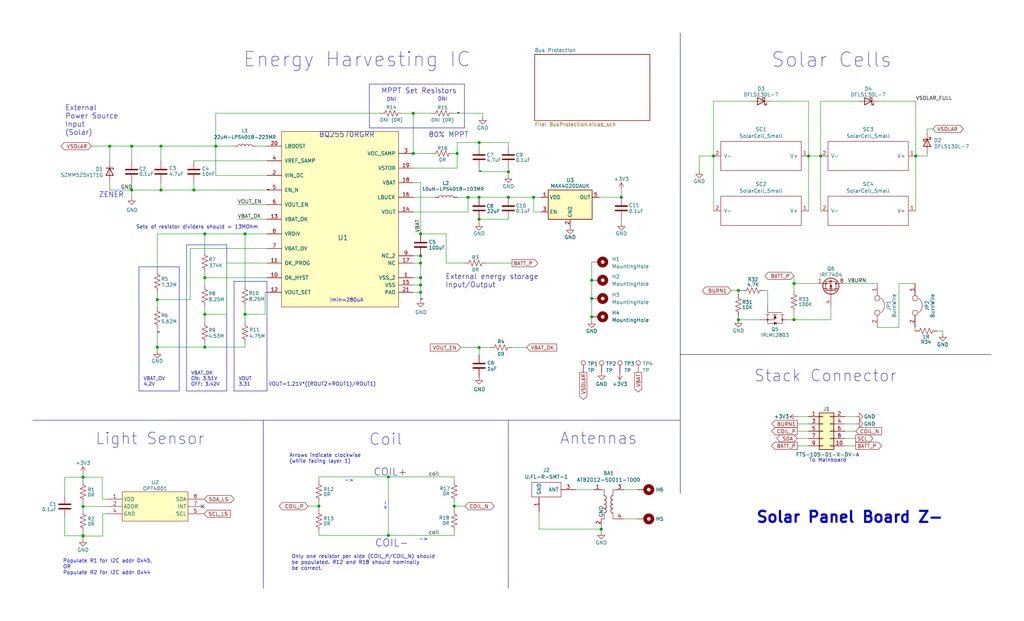
<source format=kicad_sch>
(kicad_sch (version 20230121) (generator eeschema)
  (paper "USLegal")
  (title_block (title "PyCubed Mini") (date "2023-06-18") (rev "B3/03") (company "REx Lab Carnegie Mellon University") (comment 1 "Z.Manchester") (comment 2 "N.Khera") (comment 3 "M.Holliday"))
  (lib_symbols
    (symbol "Analog_Switch:MAX40200AUK"
      (property "Reference" "U" (at -6.35 6.35 0))
      (property "Value" "MAX40200AUK" (at 7.62 6.35 0))
      (symbol "MAX40200AUK_1_1"
        (pin power_in line (at -10.16 2.54 0) (length 2.54) (name "VDD") (number "1"))
        (pin power_in line (at 0 -7.62 90) (length 2.54) (name "GND") (number "2"))
        (pin input line (at -10.16 -2.54 0) (length 2.54) (name "EN") (number "3"))
        (pin no_connect line (at 7.62 -2.54 180) (length 2.54) hide (name "NC") (number "4"))
        (pin passive line (at 10.16 2.54 180) (length 2.54) (name "OUT") (number "5"))
      )
    )
    (symbol "Connector:TestPoint" (pin_numbers hide) (pin_names (offset 0.762) hide)
      (property "Reference" "TP" (at 0 6.858 0))
      (property "Value" "TestPoint" (at 0 5.08 0))
      (symbol "TestPoint_1_1"
        (pin passive line (at 0 0 90) (length 2.54) (name "1") (number "1"))
      )
    )
    (symbol "Connector_Generic:Conn_02x05_Odd_Even" (pin_names (offset 1.016) hide)
      (property "Reference" "J" (at 1.27 7.62 0))
      (property "Value" "Conn_02x05_Odd_Even" (at 1.27 -7.62 0))
      (symbol "Conn_02x05_Odd_Even_1_1"
        (pin passive line (at -5.08 5.08 0) (length 3.81) (name "Pin_1") (number "1"))
        (pin passive line (at 7.62 -5.08 180) (length 3.81) (name "Pin_10") (number "10"))
        (pin passive line (at 7.62 5.08 180) (length 3.81) (name "Pin_2") (number "2"))
        (pin passive line (at -5.08 2.54 0) (length 3.81) (name "Pin_3") (number "3"))
        (pin passive line (at 7.62 2.54 180) (length 3.81) (name "Pin_4") (number "4"))
        (pin passive line (at -5.08 0 0) (length 3.81) (name "Pin_5") (number "5"))
        (pin passive line (at 7.62 0 180) (length 3.81) (name "Pin_6") (number "6"))
        (pin passive line (at -5.08 -2.54 0) (length 3.81) (name "Pin_7") (number "7"))
        (pin passive line (at 7.62 -2.54 180) (length 3.81) (name "Pin_8") (number "8"))
        (pin passive line (at -5.08 -5.08 0) (length 3.81) (name "Pin_9") (number "9"))
      )
    )
    (symbol "Device:C" (pin_numbers hide) (pin_names (offset 0.254))
      (property "Reference" "C" (at 0.635 2.54 0))
      (property "Value" "C" (at 0.635 -2.54 0))
      (symbol "C_1_1"
        (pin passive line (at 0 3.81 270) (length 2.794) (name "~") (number "1"))
        (pin passive line (at 0 -3.81 90) (length 2.794) (name "~") (number "2"))
      )
    )
    (symbol "Device:D_Schottky" (pin_numbers hide) (pin_names (offset 1.016) hide)
      (property "Reference" "D" (at 0 2.54 0))
      (property "Value" "D_Schottky" (at 0 -2.54 0))
      (symbol "D_Schottky_1_1"
        (pin passive line (at -3.81 0 0) (length 2.54) (name "K") (number "1"))
        (pin passive line (at 3.81 0 180) (length 2.54) (name "A") (number "2"))
      )
    )
    (symbol "Device:L" (pin_numbers hide) (pin_names (offset 1.016) hide)
      (property "Reference" "L" (at -1.27 0 90))
      (property "Value" "L" (at 1.905 0 90))
      (symbol "L_1_1"
        (pin passive line (at 0 3.81 270) (length 1.27) (name "1") (number "1"))
        (pin passive line (at 0 -3.81 90) (length 1.27) (name "2") (number "2"))
      )
    )
    (symbol "Device:R_US" (pin_numbers hide) (pin_names (offset 0))
      (property "Reference" "R" (at 2.54 0 90))
      (property "Value" "R_US" (at -2.54 0 90))
      (symbol "R_US_1_1"
        (pin passive line (at 0 3.81 270) (length 1.27) (name "~") (number "1"))
        (pin passive line (at 0 -3.81 90) (length 1.27) (name "~") (number "2"))
      )
    )
    (symbol "Diode:Z1SMAxxx" (pin_numbers hide) (pin_names hide)
      (property "Reference" "D" (at 0 2.54 0))
      (property "Value" "Z1SMAxxx" (at 0 -2.54 0))
      (symbol "Z1SMAxxx_1_1"
        (pin passive line (at -3.81 0 0) (length 2.54) (name "K") (number "1"))
        (pin passive line (at 3.81 0 180) (length 2.54) (name "A") (number "2"))
      )
    )
    (symbol "Mechanical:MountingHole_Pad" (pin_numbers hide) (pin_names (offset 1.016) hide)
      (property "Reference" "H" (at 0 6.35 0))
      (property "Value" "MountingHole_Pad" (at 0 4.445 0))
      (symbol "MountingHole_Pad_1_1"
        (pin input line (at 0 -2.54 90) (length 2.54) (name "1") (number "1"))
      )
    )
    (symbol "Transistor_FET:IRF7404" (pin_names hide)
      (property "Reference" "Q" (at 5.08 1.905 0))
      (property "Value" "IRF7404" (at 5.08 0 0))
      (symbol "IRF7404_1_1"
        (pin passive line (at 2.54 -5.08 90) (length 2.54) (name "S") (number "1"))
        (pin passive line (at 2.54 -5.08 90) (length 2.54) hide (name "S") (number "2"))
        (pin passive line (at 2.54 -5.08 90) (length 2.54) hide (name "S") (number "3"))
        (pin passive line (at -5.08 0 0) (length 2.54) (name "G") (number "4"))
        (pin passive line (at 2.54 5.08 270) (length 2.54) hide (name "D") (number "5"))
        (pin passive line (at 2.54 5.08 270) (length 2.54) hide (name "D") (number "6"))
        (pin passive line (at 2.54 5.08 270) (length 2.54) hide (name "D") (number "7"))
        (pin passive line (at 2.54 5.08 270) (length 2.54) (name "D") (number "8"))
      )
    )
    (symbol "mainboard:U.FL-R-SMT-1" (pin_names (offset 0.762))
      (property "Reference" "J" (at -1.27 6.35 0))
      (property "Value" "U.FL-R-SMT-1" (at -7.62 3.81 0))
      (symbol "U.FL-R-SMT-1_0_0"
        (pin unspecified line (at 2.54 -7.62 90) (length 5.08) (name "GND") (number "1"))
        (pin unspecified line (at 2.54 -7.62 90) (length 5.08) hide (name "2") (number "2"))
        (pin unspecified line (at -10.16 0 0) (length 5.08) (name "ANT") (number "3"))
      )
    )
    (symbol "power:+3V3" (power) (pin_names (offset 0))
      (property "Value" "+3V3" (at 0 3.556 0))
      (symbol "+3V3_1_1"
        (pin power_in line (at 0 0 90) (length 0) hide (name "+3V3") (number "1"))
      )
    )
    (symbol "power:GND" (power) (pin_names (offset 0))
      (property "Value" "GND" (at 0 -3.81 0))
      (symbol "GND_1_1"
        (pin power_in line (at 0 0 270) (length 0) hide (name "GND") (number "1"))
      )
    )
    (symbol "solarpanels:ATB2012"
      (property "Reference" "U" (at 0 10.795 0))
      (property "Value" "ATB2012" (at 0 8.4836 0))
      (symbol "ATB2012_1_1"
        (pin passive line (at -5.08 5.08 0) (length 2.54) (name "~") (number "1"))
        (pin power_in line (at -2.54 -7.62 90) (length 2.54) (name "GND") (number "2"))
        (pin passive line (at 5.08 5.08 180) (length 2.54) (name "~") (number "3"))
        (pin passive line (at 5.08 -5.08 180) (length 2.54) (name "~") (number "4"))
      )
    )
    (symbol "solarpanels:BQ25570RGRR" (pin_names (offset 1.016))
      (property "Reference" "U" (at 0 3.81 0))
      (property "Value" "BQ25570RGRR" (at 0 0 0))
      (symbol "BQ25570RGRR_1_0"
        (pin power_in line (at 25.4 -20.32 180) (length 5.08) (name "VSS_2") (number "1"))
        (pin input line (at -25.4 -20.32 0) (length 5.08) (name "OK_HYST") (number "10"))
        (pin input line (at -25.4 -15.24 0) (length 5.08) (name "OK_PROG") (number "11"))
        (pin input line (at -25.4 -25.4 0) (length 5.08) (name "VOUT_SET") (number "12"))
        (pin output line (at -25.4 0 0) (length 5.08) (name "VBAT_OK") (number "13"))
        (pin power_in line (at 25.4 2.54 180) (length 5.08) (name "VOUT") (number "14"))
        (pin power_in line (at 25.4 -22.86 180) (length 5.08) (name "VSS") (number "15"))
        (pin passive line (at 25.4 7.62 180) (length 5.08) (name "LBUCK") (number "16"))
        (pin passive line (at 25.4 -15.24 180) (length 5.08) (name "NC") (number "17"))
        (pin bidirectional line (at 25.4 12.7 180) (length 5.08) (name "VBAT") (number "18"))
        (pin power_in line (at 25.4 17.78 180) (length 5.08) (name "VSTOR") (number "19"))
        (pin power_in line (at -25.4 15.24 0) (length 5.08) (name "VIN_DC") (number "2"))
        (pin input line (at -25.4 25.4 0) (length 5.08) (name "LBOOST") (number "20"))
        (pin power_in line (at 25.4 -25.4 180) (length 5.08) (name "PAD") (number "21"))
        (pin input line (at 25.4 22.86 180) (length 5.08) (name "VOC_SAMP") (number "3"))
        (pin input line (at -25.4 20.32 0) (length 5.08) (name "VREF_SAMP") (number "4"))
        (pin input line (at -25.4 10.16 0) (length 5.08) (name "EN_N") (number "5"))
        (pin input line (at -25.4 5.08 0) (length 5.08) (name "VOUT_EN") (number "6"))
        (pin input line (at -25.4 -10.16 0) (length 5.08) (name "VBAT_OV") (number "7"))
        (pin output line (at -25.4 -5.08 0) (length 5.08) (name "VRDIV") (number "8"))
        (pin power_in line (at 25.4 -12.7 180) (length 5.08) (name "NC_2") (number "9"))
      )
    )
    (symbol "solarpanels:Device_Jumper" (pin_names (offset 0.762) hide)
      (property "Reference" "JP" (at 0 3.81 0))
      (property "Value" "Device_Jumper" (at 0 -2.032 0))
      (symbol "Device_Jumper_0_1"
        (pin passive line (at -7.62 0 0) (length 4.191) (name "1") (number "1"))
        (pin passive line (at 7.62 0 180) (length 4.191) (name "2") (number "2"))
      )
    )
    (symbol "solarpanels:IRLML2803TRPBF" (pin_names (offset 1.016))
      (property "Reference" "Q" (at -11.43 1.27 0))
      (property "Value" "IRLML2803TRPBF" (at -11.43 3.81 0))
      (symbol "IRLML2803TRPBF_1_0"
        (pin passive line (at -2.54 -2.54 0) (length 2.54) (name "G") (number "1"))
        (pin passive line (at 2.54 -5.08 90) (length 2.54) (name "S") (number "2"))
        (pin passive line (at 2.54 5.08 270) (length 2.54) (name "D") (number "3"))
      )
    )
    (symbol "solarpanels:OPT4001"
      (property "Reference" "U" (at 0 8.255 0))
      (property "Value" "OPT4001" (at 0 6.223 0))
      (symbol "OPT4001_0_0"
        (pin unspecified line (at -16.51 2.54 0) (length 5.08) (name "VDD") (number "1"))
        (pin unspecified line (at -16.51 0 0) (length 5.08) (name "ADDR") (number "2"))
      )
      (symbol "OPT4001_1_0"
        (pin no_connect line (at 0 -10.16 90) (length 5.08) hide (name "NC") (number "3"))
        (pin unspecified line (at -16.51 -2.54 0) (length 5.08) (name "GND") (number "4"))
        (pin unspecified line (at 16.51 -2.54 180) (length 5.08) (name "SCL") (number "5"))
        (pin no_connect line (at 0 -10.16 90) (length 5.08) hide (name "NC") (number "6"))
        (pin unspecified line (at 16.51 0 180) (length 5.08) (name "INT") (number "7"))
        (pin unspecified line (at 16.51 2.54 180) (length 5.08) (name "SDA") (number "8"))
      )
    )
    (symbol "solarpanels:SolarCell_Small" (pin_names (offset 1.016))
      (property "Reference" "SC" (at 0 -1.27 0))
      (property "Value" "SolarCell_Small" (at 0 1.27 0))
      (symbol "SolarCell_Small_1_1"
        (pin bidirectional line (at -16.51 0 0) (length 2.54) (name "V+") (number "1"))
        (pin bidirectional line (at 16.51 0 180) (length 2.54) (name "V-") (number "2"))
      )
    )
  )
  (junction (at 38.1 50.8))
  (junction (at 166.37 49.53))
  (junction (at 28.829 186.182))
  (junction (at 54.61 104.14))
  (junction (at 143.51 53.34))
  (junction (at 45.72 66.04))
  (junction (at 208.788 183.896))
  (junction (at 275.717 111.125))
  (junction (at 146.05 88.9))
  (junction (at 110.744 175.895))
  (junction (at 205.486 97.409))
  (junction (at 28.829 165.862))
  (junction (at 71.12 109.22))
  (junction (at 157.734 175.895))
  (junction (at 74.93 50.8))
  (junction (at 85.09 81.28))
  (junction (at 54.61 120.65))
  (junction (at 28.829 186.309))
  (junction (at 85.09 109.22))
  (junction (at 162.56 68.58))
  (junction (at 71.12 96.52))
  (junction (at 176.53 59.69))
  (junction (at 55.88 50.8))
  (junction (at 247.777 54.229))
  (junction (at 284.988 54.229))
  (junction (at 146.05 81.28))
  (junction (at 146.05 96.52))
  (junction (at 146.05 101.6))
  (junction (at 71.12 120.65))
  (junction (at 143.51 39.37))
  (junction (at 215.773 68.58))
  (junction (at 166.37 120.777))
  (junction (at 134.874 165.735))
  (junction (at 158.75 53.34))
  (junction (at 28.829 176.022))
  (junction (at 256.413 100.965))
  (junction (at 146.05 99.06))
  (junction (at 166.37 76.2))
  (junction (at 67.31 66.04))
  (junction (at 55.88 66.04))
  (junction (at 185.293 68.58))
  (junction (at 256.413 111.125))
  (junction (at 318.008 54.229))
  (junction (at 280.797 54.229))
  (junction (at 134.874 186.055))
  (junction (at 205.486 103.759))
  (junction (at 205.486 110.109))
  (junction (at 176.53 68.58))
  (junction (at 71.12 81.28))
  (junction (at 45.72 50.8))
  (junction (at 275.717 98.552))
  (junction (at 146.05 91.44))
  (junction (at 166.37 68.58))
  (no_connect (at 70.358 176.022))
  (wire (pts (xy 143.51 101.6) (xy 146.05 101.6)))
  (wire (pts (xy 275.717 111.125) (xy 288.544 111.125)))
  (wire (pts (xy 38.1 63.5) (xy 38.1 66.04)))
  (wire (pts (xy 146.05 91.44) (xy 146.05 88.9)))
  (polyline (pts (xy 78.74 85.09) (xy 78.74 135.89)))
  (wire (pts (xy 275.717 108.585) (xy 275.717 111.125)))
  (wire (pts (xy 71.12 106.68) (xy 71.12 109.22)))
  (wire (pts (xy 280.797 35.179) (xy 268.097 35.179)))
  (wire (pts (xy 110.744 174.625) (xy 110.744 175.895)))
  (polyline (pts (xy 81.28 97.79) (xy 92.71 97.79)))
  (wire (pts (xy 205.486 97.409) (xy 205.486 103.759)))
  (wire (pts (xy 321.945 53.467) (xy 321.945 54.229)))
  (wire (pts (xy 85.09 119.38) (xy 85.09 120.65)))
  (wire (pts (xy 293.624 98.552) (xy 304.673 98.552)))
  (wire (pts (xy 146.05 81.28) (xy 146.05 63.5)))
  (polyline (pts (xy 92.71 97.79) (xy 92.71 135.89)))
  (wire (pts (xy 275.717 98.552) (xy 275.717 100.965)))
  (wire (pts (xy 205.486 111.379) (xy 205.486 110.109)))
  (wire (pts (xy 78.74 91.44) (xy 92.71 91.44)))
  (wire (pts (xy 54.61 120.65) (xy 71.12 120.65)))
  (wire (pts (xy 158.75 53.34) (xy 158.75 58.42)))
  (wire (pts (xy 242.824 54.229) (xy 247.777 54.229)))
  (wire (pts (xy 157.48 39.37) (xy 167.64 39.37)))
  (wire (pts (xy 82.55 76.2) (xy 92.71 76.2)))
  (wire (pts (xy 139.7 39.37) (xy 143.51 39.37)))
  (wire (pts (xy 176.53 60.96) (xy 176.53 59.69)))
  (wire (pts (xy 143.51 99.06) (xy 146.05 99.06)))
  (wire (pts (xy 275.717 98.552) (xy 283.464 98.552)))
  (wire (pts (xy 247.777 35.179) (xy 247.777 54.229)))
  (wire (pts (xy 176.53 58.42) (xy 176.53 59.69)))
  (wire (pts (xy 110.744 184.785) (xy 110.744 186.055)))
  (wire (pts (xy 45.72 50.8) (xy 55.88 50.8)))
  (wire (pts (xy 35.687 178.562) (xy 35.687 186.309)))
  (wire (pts (xy 321.945 44.831) (xy 321.945 45.847)))
  (wire (pts (xy 318.008 35.179) (xy 318.008 54.229)))
  (polyline (pts (xy 92.71 135.89) (xy 81.28 135.89)))
  (wire (pts (xy 146.05 104.14) (xy 146.05 101.6)))
  (wire (pts (xy 85.09 81.28) (xy 85.09 99.06)))
  (wire (pts (xy 160.02 120.777) (xy 166.37 120.777)))
  (wire (pts (xy 134.874 165.735) (xy 157.734 165.735)))
  (wire (pts (xy 166.37 76.2) (xy 176.53 76.2)))
  (wire (pts (xy 321.945 44.831) (xy 323.977 44.831)))
  (wire (pts (xy 28.829 187.325) (xy 28.829 186.309)))
  (wire (pts (xy 22.479 172.212) (xy 22.479 165.862)))
  (wire (pts (xy 208.788 182.88) (xy 208.788 183.896)))
  (polyline (pts (xy 176.53 146.05) (xy 176.53 204.47)))
  (wire (pts (xy 28.829 174.752) (xy 28.829 176.022)))
  (polyline (pts (xy 64.77 135.89) (xy 64.77 85.09)))
  (polyline (pts (xy 236.22 11.43) (xy 236.22 171.45)))
  (wire (pts (xy 74.93 50.8) (xy 74.93 60.96)))
  (wire (pts (xy 134.874 186.055) (xy 157.734 186.055)))
  (wire (pts (xy 28.829 186.309) (xy 35.687 186.309)))
  (wire (pts (xy 256.413 111.125) (xy 264.033 111.125)))
  (wire (pts (xy 74.93 39.37) (xy 74.93 50.8)))
  (polyline (pts (xy 161.29 44.45) (xy 128.27 44.45)))
  (wire (pts (xy 166.37 58.42) (xy 166.37 59.69)))
  (wire (pts (xy 35.687 178.562) (xy 37.338 178.562)))
  (polyline (pts (xy 91.44 146.05) (xy 91.44 204.47)))
  (wire (pts (xy 22.479 165.862) (xy 28.829 165.862)))
  (wire (pts (xy 208.915 183.896) (xy 208.788 183.896)))
  (wire (pts (xy 67.31 66.04) (xy 67.31 63.5)))
  (polyline (pts (xy 161.29 29.21) (xy 161.29 44.45)))
  (wire (pts (xy 276.86 154.94) (xy 280.67 154.94)))
  (wire (pts (xy 253.873 100.965) (xy 256.413 100.965)))
  (wire (pts (xy 54.61 114.3) (xy 54.61 120.65)))
  (wire (pts (xy 205.486 91.059) (xy 205.486 97.409)))
  (wire (pts (xy 260.477 35.179) (xy 247.777 35.179)))
  (wire (pts (xy 208.153 68.58) (xy 215.773 68.58)))
  (wire (pts (xy 215.773 76.2) (xy 215.773 77.47)))
  (wire (pts (xy 55.88 66.04) (xy 67.31 66.04)))
  (wire (pts (xy 158.75 68.58) (xy 162.56 68.58)))
  (wire (pts (xy 146.05 88.9) (xy 143.51 88.9)))
  (wire (pts (xy 297.18 147.32) (xy 293.37 147.32)))
  (wire (pts (xy 276.86 147.32) (xy 280.67 147.32)))
  (wire (pts (xy 71.12 119.38) (xy 71.12 120.65)))
  (wire (pts (xy 92.71 55.88) (xy 67.31 55.88)))
  (wire (pts (xy 199.898 170.18) (xy 206.248 170.18)))
  (wire (pts (xy 284.988 54.229) (xy 284.988 73.279)))
  (wire (pts (xy 146.05 99.06) (xy 146.05 96.52)))
  (wire (pts (xy 276.86 152.4) (xy 280.67 152.4)))
  (wire (pts (xy 177.8 120.777) (xy 182.88 120.777)))
  (wire (pts (xy 55.88 50.8) (xy 55.88 55.88)))
  (wire (pts (xy 71.12 94.869) (xy 71.12 96.52)))
  (wire (pts (xy 284.988 35.179) (xy 284.988 54.229)))
  (wire (pts (xy 55.88 50.8) (xy 74.93 50.8)))
  (wire (pts (xy 71.12 81.28) (xy 54.61 81.28)))
  (wire (pts (xy 28.829 184.912) (xy 28.829 186.182)))
  (wire (pts (xy 161.544 175.895) (xy 157.734 175.895)))
  (wire (pts (xy 45.72 55.88) (xy 45.72 50.8)))
  (wire (pts (xy 157.734 184.785) (xy 157.734 186.055)))
  (wire (pts (xy 293.37 152.4) (xy 297.18 152.4)))
  (wire (pts (xy 221.488 170.18) (xy 216.408 170.18)))
  (wire (pts (xy 256.413 100.965) (xy 257.683 100.965)))
  (wire (pts (xy 143.51 53.34) (xy 143.51 39.37)))
  (polyline (pts (xy 62.23 135.89) (xy 48.26 135.89)))
  (polyline (pts (xy 128.27 29.21) (xy 161.29 29.21)))
  (wire (pts (xy 92.075 109.22) (xy 92.075 101.6)))
  (wire (pts (xy 74.93 50.8) (xy 81.28 50.8)))
  (wire (pts (xy 74.93 60.96) (xy 92.71 60.96)))
  (polyline (pts (xy 62.23 92.71) (xy 62.23 135.89)))
  (wire (pts (xy 256.413 100.965) (xy 256.413 102.235)))
  (wire (pts (xy 54.61 121.92) (xy 54.61 120.65)))
  (wire (pts (xy 85.09 81.28) (xy 92.71 81.28)))
  (wire (pts (xy 38.1 55.88) (xy 38.1 50.8)))
  (wire (pts (xy 166.37 50.8) (xy 166.37 49.53)))
  (wire (pts (xy 166.37 59.69) (xy 176.53 59.69)))
  (wire (pts (xy 280.797 54.229) (xy 284.988 54.229)))
  (wire (pts (xy 35.56 165.862) (xy 28.829 165.862)))
  (wire (pts (xy 66.04 104.14) (xy 66.04 86.36)))
  (wire (pts (xy 110.744 165.735) (xy 134.874 165.735)))
  (wire (pts (xy 158.75 49.53) (xy 166.37 49.53)))
  (wire (pts (xy 317.754 98.552) (xy 312.166 98.552)))
  (wire (pts (xy 293.37 149.86) (xy 297.18 149.86)))
  (wire (pts (xy 312.166 98.552) (xy 312.166 113.792)))
  (wire (pts (xy 35.56 173.482) (xy 37.338 173.482)))
  (wire (pts (xy 280.797 54.229) (xy 280.797 73.279)))
  (wire (pts (xy 146.05 101.6) (xy 146.05 99.06)))
  (wire (pts (xy 167.64 39.37) (xy 167.64 40.64)))
  (wire (pts (xy 55.88 63.5) (xy 55.88 66.04)))
  (wire (pts (xy 146.05 96.52) (xy 146.05 91.44)))
  (wire (pts (xy 28.829 186.309) (xy 28.829 186.182)))
  (wire (pts (xy 266.573 106.045) (xy 266.573 100.965)))
  (wire (pts (xy 154.94 91.44) (xy 154.94 81.28)))
  (polyline (pts (xy 81.28 135.89) (xy 81.28 97.79)))
  (wire (pts (xy 82.55 71.12) (xy 92.71 71.12)))
  (polyline (pts (xy 78.74 135.89) (xy 64.77 135.89)))
  (wire (pts (xy 110.744 165.735) (xy 110.744 167.005)))
  (wire (pts (xy 28.829 164.719) (xy 28.829 165.862)))
  (wire (pts (xy 166.37 123.317) (xy 166.37 120.777)))
  (wire (pts (xy 54.61 104.14) (xy 66.04 104.14)))
  (wire (pts (xy 327.406 115.951) (xy 327.406 115.062)))
  (wire (pts (xy 154.94 91.44) (xy 161.29 91.44)))
  (wire (pts (xy 162.56 73.66) (xy 162.56 68.58)))
  (wire (pts (xy 297.688 35.179) (xy 284.988 35.179)))
  (wire (pts (xy 166.37 76.2) (xy 166.37 77.47)))
  (wire (pts (xy 92.71 66.04) (xy 67.31 66.04)))
  (wire (pts (xy 157.48 53.34) (xy 158.75 53.34)))
  (wire (pts (xy 71.12 120.65) (xy 85.09 120.65)))
  (wire (pts (xy 187.325 183.769) (xy 187.325 183.896)))
  (wire (pts (xy 317.754 113.792) (xy 317.754 115.062)))
  (wire (pts (xy 321.945 54.229) (xy 318.008 54.229)))
  (wire (pts (xy 215.773 66.04) (xy 215.773 68.58)))
  (wire (pts (xy 85.09 106.68) (xy 85.09 109.22)))
  (wire (pts (xy 106.934 175.895) (xy 110.744 175.895)))
  (wire (pts (xy 157.734 165.735) (xy 157.734 167.005)))
  (polyline (pts (xy 48.26 92.71) (xy 62.23 92.71)))
  (wire (pts (xy 31.75 50.8) (xy 38.1 50.8)))
  (wire (pts (xy 205.486 103.759) (xy 205.486 110.109)))
  (wire (pts (xy 318.008 54.229) (xy 318.008 73.279)))
  (wire (pts (xy 166.37 49.53) (xy 176.53 49.53)))
  (wire (pts (xy 187.198 183.769) (xy 187.198 177.8)))
  (polyline (pts (xy 64.77 85.09) (xy 78.74 85.09)))
  (wire (pts (xy 162.56 68.58) (xy 166.37 68.58)))
  (wire (pts (xy 71.12 109.22) (xy 78.74 109.22)))
  (wire (pts (xy 256.413 109.855) (xy 256.413 111.125)))
  (wire (pts (xy 143.51 68.58) (xy 151.13 68.58)))
  (wire (pts (xy 185.293 73.66) (xy 185.293 68.58)))
  (wire (pts (xy 176.53 68.58) (xy 185.293 68.58)))
  (wire (pts (xy 304.673 113.792) (xy 312.166 113.792)))
  (wire (pts (xy 71.12 96.52) (xy 71.12 99.06)))
  (wire (pts (xy 221.488 180.34) (xy 216.408 180.34)))
  (wire (pts (xy 38.1 66.04) (xy 45.72 66.04)))
  (wire (pts (xy 85.09 81.28) (xy 71.12 81.28)))
  (wire (pts (xy 70.358 173.482) (xy 70.993 173.482)))
  (wire (pts (xy 85.09 109.22) (xy 85.09 111.76)))
  (wire (pts (xy 28.829 176.022) (xy 28.829 177.292)))
  (wire (pts (xy 38.1 50.8) (xy 45.72 50.8)))
  (wire (pts (xy 92.075 101.6) (xy 92.71 101.6)))
  (wire (pts (xy 242.824 54.229) (xy 242.824 59.309)))
  (wire (pts (xy 265.303 100.965) (xy 266.573 100.965)))
  (wire (pts (xy 275.717 95.885) (xy 275.717 98.552)))
  (wire (pts (xy 158.75 58.42) (xy 143.51 58.42)))
  (wire (pts (xy 88.9 50.8) (xy 92.71 50.8)))
  (wire (pts (xy 45.72 66.04) (xy 55.88 66.04)))
  (wire (pts (xy 280.67 144.78) (xy 276.86 144.78)))
  (wire (pts (xy 54.61 104.14) (xy 54.61 106.68)))
  (wire (pts (xy 28.829 165.862) (xy 28.829 167.132)))
  (wire (pts (xy 276.86 149.86) (xy 280.67 149.86)))
  (wire (pts (xy 187.325 183.896) (xy 208.788 183.896)))
  (wire (pts (xy 54.61 81.28) (xy 54.61 93.98)))
  (wire (pts (xy 168.91 91.44) (xy 177.8 91.44)))
  (wire (pts (xy 297.18 154.94) (xy 293.37 154.94)))
  (wire (pts (xy 71.12 81.28) (xy 71.12 87.249)))
  (wire (pts (xy 134.874 165.735) (xy 134.874 186.055)))
  (polyline (pts (xy 236.22 123.19) (xy 344.17 123.19)))
  (wire (pts (xy 157.734 175.895) (xy 157.734 177.165)))
  (wire (pts (xy 110.744 175.895) (xy 110.744 177.165)))
  (wire (pts (xy 280.797 54.229) (xy 280.797 35.179)))
  (wire (pts (xy 185.293 68.58) (xy 187.833 68.58)))
  (wire (pts (xy 143.51 39.37) (xy 149.86 39.37)))
  (wire (pts (xy 74.93 39.37) (xy 132.08 39.37)))
  (wire (pts (xy 143.51 73.66) (xy 162.56 73.66)))
  (polyline (pts (xy 48.26 135.89) (xy 48.26 92.71)))
  (wire (pts (xy 54.61 101.6) (xy 54.61 104.14)))
  (wire (pts (xy 22.479 186.182) (xy 28.829 186.182)))
  (wire (pts (xy 143.51 91.44) (xy 146.05 91.44)))
  (wire (pts (xy 187.325 183.769) (xy 187.198 183.769)))
  (wire (pts (xy 71.12 109.22) (xy 71.12 111.76)))
  (wire (pts (xy 274.193 111.125) (xy 275.717 111.125)))
  (wire (pts (xy 288.544 106.172) (xy 288.544 111.125)))
  (wire (pts (xy 176.53 50.8) (xy 176.53 49.53)))
  (wire (pts (xy 166.37 120.777) (xy 170.18 120.777)))
  (wire (pts (xy 247.777 73.279) (xy 247.777 54.229)))
  (wire (pts (xy 157.734 174.625) (xy 157.734 175.895)))
  (polyline (pts (xy 11.43 146.05) (xy 236.22 146.05)))
  (wire (pts (xy 66.04 86.36) (xy 92.71 86.36)))
  (wire (pts (xy 305.308 35.179) (xy 318.008 35.179)))
  (wire (pts (xy 158.75 49.53) (xy 158.75 53.34)))
  (wire (pts (xy 154.94 81.28) (xy 146.05 81.28)))
  (wire (pts (xy 45.72 63.5) (xy 45.72 66.04)))
  (wire (pts (xy 297.18 144.78) (xy 293.37 144.78)))
  (wire (pts (xy 71.12 96.52) (xy 92.71 96.52)))
  (wire (pts (xy 187.833 73.66) (xy 185.293 73.66)))
  (wire (pts (xy 28.829 176.022) (xy 37.338 176.022)))
  (wire (pts (xy 110.744 186.055) (xy 134.874 186.055)))
  (wire (pts (xy 208.788 184.785) (xy 208.788 183.896)))
  (wire (pts (xy 45.72 66.04) (xy 45.72 68.58)))
  (wire (pts (xy 22.479 179.832) (xy 22.479 186.182)))
  (wire (pts (xy 35.56 173.482) (xy 35.56 165.862)))
  (wire (pts (xy 143.51 53.34) (xy 149.86 53.34)))
  (wire (pts (xy 78.74 109.22) (xy 78.74 91.44)))
  (wire (pts (xy 143.51 96.52) (xy 146.05 96.52)))
  (wire (pts (xy 85.09 109.22) (xy 92.075 109.22)))
  (polyline (pts (xy 128.27 44.45) (xy 128.27 29.21)))
  (wire (pts (xy 327.406 115.062) (xy 325.374 115.062)))
  (wire (pts (xy 70.358 178.562) (xy 70.866 178.562)))
  (wire (pts (xy 166.37 68.58) (xy 176.53 68.58)))
  (wire (pts (xy 146.05 63.5) (xy 143.51 63.5)))
  (text "Antennas" (at 194.31 154.813 0) (effects (font (size 4 4)) (justify left bottom)))
  (text "80% MPPT " (at 148.844 48.006 0) (effects (font (size 1.778 1.778)) (justify left bottom)))
  (text "DNI" (at 152.019 35.306 0) (effects (font (size 1.27 1.27)) (justify left bottom)))
  (text "Solar Cells\n" (at 267.716 23.876 0) (effects (font (size 5 5)) (justify left bottom)))
  (text "External\nPower Source\nInput\n(Solar)" (at 22.606 47.244 0) (effects (font (size 1.778 1.778)) (justify left bottom)))
  (text "Only one resistor per side (COIL_P/COIL_N) should \nbe populated. R12 and R18 should nominally \nbe correct." (at 101.219 198.374 0) (effects (font (size 1.27 1.27)) (justify left bottom)))
  (text "Stack Connector\n" (at 261.747 133.096 0) (effects (font (size 4 4)) (justify left bottom)))
  (text "VOUT\n3.31" (at 82.804 134.366 0) (effects (font (size 1.2 1.2)) (justify left bottom)))
  (text "->" (at 148.717 188.214 0) (effects (font (size 1.27 1.27)) (justify right bottom)))
  (text "Energy Harvesting IC" (at 84.328 23.749 0) (effects (font (size 5 5)) (justify left bottom)))
  (text "MPPT Set Resistors " (at 132.334 32.766 0) (effects (font (size 1.778 1.778)) (justify left bottom)))
  (text "Arrows indicate clockwise\n(while facing layer 1)" (at 100.457 161.163 0) (effects (font (size 1.27 1.27)) (justify left bottom)))
  (text "<-" (at 134.493 177.419 90) (effects (font (size 1.27 1.27)) (justify left bottom)))
  (text "External energy storage\nInput/Output" (at 154.686 100.203 0) (effects (font (size 1.778 1.778)) (justify left bottom)))
  (text "Populate R1 for I2C addr 0x45, \nOR\nPopulate R2 for I2C addr 0x44" (at 21.844 199.898 0) (effects (font (size 1.27 1.27)) (justify left bottom)))
  (text "COIL+" (at 129.667 165.735 0) (effects (font (size 2.54 2.54)) (justify left bottom)))
  (text "BQ25570RGRR" (at 110.744 48.006 0) (effects (font (size 1.778 1.778)) (justify left bottom)))
  (text "DNI" (at 134.239 35.433 0) (effects (font (size 1.27 1.27)) (justify left bottom)))
  (text "Light Sensor" (at 33.02 154.94 0) (effects (font (size 4 4)) (justify left bottom)))
  (text "Solar Panel Board Z-" (at 262.382 182.118 0) (effects (font (size 3.81 3.81) (thickness 0.762) bold) (justify left bottom)))
  (text "->" (at 119.507 167.767 0) (effects (font (size 1.27 1.27)) (justify left bottom)))
  (text "VOUT=1.21V*((ROUT2+ROUT1)/ROUT1)" (at 93.218 134.366 0) (effects (font (size 1.27 1.27)) (justify left bottom)))
  (text "VBAT_OV\n4.2V" (at 49.784 134.366 0) (effects (font (size 1.2 1.2)) (justify left bottom)))
  (text "VBAT_OK\nON: 3.51V\nOFF: 3.42V" (at 66.294 134.366 0) (effects (font (size 1.2 1.2)) (justify left bottom)))
  (text "COIL-" (at 130.175 190.373 0) (effects (font (size 2.54 2.54)) (justify left bottom)))
  (text "To Mainboard" (at 280.924 160.782 0) (effects (font (size 1.27 1.27)) (justify left bottom)))
  (text "Sets of resistor dividers should = 13MOhm" (at 47.244 79.756 0) (effects (font (size 1.27 1.27)) (justify left bottom)))
  (text "Imin=280uA" (at 114.554 105.156 0) (effects (font (size 1.27 1.27)) (justify left bottom)))
  (text "ZENER" (at 34.29 68.834 0) (effects (font (size 1.778 1.778)) (justify left bottom)))
  (text "Coil" (at 128.016 155.194 0) (effects (font (size 4 4)) (justify left bottom)))
  (label "GND" (at 158.75 39.37 0) (effects (font (size 0.254 0.254))))
  (label "coil" (at 148.844 186.055 0))
  (label "GND" (at 92.71 66.04 0) (effects (font (size 0.254 0.254))))
  (label "VBAT_OK" (at 82.55 76.2 0))
  (label "coil" (at 148.844 165.735 0))
  (label "VOUT_EN" (at 82.55 71.12 0))
  (label "VBURN" (at 300.863 98.552 180))
  (label "VBAT" (at 146.05 76.2 270))
  (label "GND" (at 166.37 59.69 0) (effects (font (size 0.254 0.254))))
  (label "GND" (at 146.05 104.14 0) (effects (font (size 0.254 0.254))))
  (label "GND" (at 41.91 66.04 0))
  (label "GND" (at 54.61 115.57 0) (effects (font (size 0.254 0.254))))
  (label "VSOLAR_FULL" (at 318.008 35.179 0))
  (global_label "SDA_LS" (shape bidirectional) (at 70.993 173.482 0) (property "Intersheetrefs" "${INTERSHEET_REFS}" (effects hide)))
  (global_label "VBAT_OK" (shape input) (at 182.88 120.777 0) (property "Intersheetrefs" "${INTERSHEET_REFS}" (effects hide)))
  (global_label "VSOLAR" (shape bidirectional) (at 31.75 50.8 180) (property "Intersheetrefs" "${INTERSHEET_REFS}" (effects hide)))
  (global_label "BATT_P" (shape output) (at 177.8 91.44 0) (property "Intersheetrefs" "${INTERSHEET_REFS}" (effects hide)))
  (global_label "VOUT_EN" (shape input) (at 160.02 120.777 180) (property "Intersheetrefs" "${INTERSHEET_REFS}" (effects hide)))
  (global_label "VSOLAR" (shape bidirectional) (at 323.977 44.831 0) (property "Intersheetrefs" "${INTERSHEET_REFS}" (effects hide)))
  (global_label "BURN1" (shape output) (at 276.86 147.32 180) (property "Intersheetrefs" "${INTERSHEET_REFS}" (effects hide)))
  (global_label "COIL_N" (shape input) (at 297.18 149.86 0) (property "Intersheetrefs" "${INTERSHEET_REFS}" (effects hide)))
  (global_label "BATT_P" (shape bidirectional) (at 275.717 95.885 180) (property "Intersheetrefs" "${INTERSHEET_REFS}" (effects hide)))
  (global_label "COIL_P" (shape bidirectional) (at 106.934 175.895 180) (property "Intersheetrefs" "${INTERSHEET_REFS}" (effects hide)))
  (global_label "BURN1" (shape bidirectional) (at 253.873 100.965 180) (property "Intersheetrefs" "${INTERSHEET_REFS}" (effects hide)))
  (global_label "SCL" (shape output) (at 297.18 152.4 0) (property "Intersheetrefs" "${INTERSHEET_REFS}" (effects hide)))
  (global_label "COIL_P" (shape output) (at 276.86 149.86 180) (property "Intersheetrefs" "${INTERSHEET_REFS}" (effects hide)))
  (global_label "BATT_P" (shape output) (at 276.86 154.94 180) (property "Intersheetrefs" "${INTERSHEET_REFS}" (effects hide)))
  (global_label "SCL_LS" (shape input) (at 70.866 178.562 0) (property "Intersheetrefs" "${INTERSHEET_REFS}" (effects hide)))
  (global_label "COIL_N" (shape bidirectional) (at 161.544 175.895 0) (property "Intersheetrefs" "${INTERSHEET_REFS}" (effects hide)))
  (global_label "VBAT" (shape output) (at 221.615 129.413 270) (property "Intersheetrefs" "${INTERSHEET_REFS}" (effects hide)))
  (global_label "VSOLAR" (shape output) (at 202.565 129.413 270) (property "Intersheetrefs" "${INTERSHEET_REFS}" (effects hide)))
  (global_label "BATT_P" (shape output) (at 297.18 154.94 0) (property "Intersheetrefs" "${INTERSHEET_REFS}" (effects hide)))
  (global_label "SDA" (shape bidirectional) (at 276.86 152.4 180) (property "Intersheetrefs" "${INTERSHEET_REFS}" (effects hide)))
  (symbol (lib_id "Device:C") (at 176.53 54.61 0) (unit 1)
    (property "Reference" "C9" (at 179.07 53.848 0) (effects (font (size 1.2 1.2)) (justify left)))
    (property "Value" "0.1uF" (at 179.07 55.626 0) (effects (font (size 1.2 1.2)) (justify left)))
    (property "Footprint" "Capacitor_SMD:C_0603_1608Metric" (effects hide))
  )
  (symbol (lib_id "Device:R_US") (at 85.09 115.57 180) (unit 1)
    (property "Reference" "R11" (at 88.392 113.919 0) (effects (font (size 1.2 1.2)) (justify bottom)))
    (property "Value" "4.75M" (at 89.281 117.475 0) (effects (font (size 1.2 1.2)) (justify top)))
    (property "Footprint" "Resistor_SMD:R_0603_1608Metric" (effects hide))
  )
  (symbol (lib_id "Device:R_US") (at 85.09 102.87 180) (unit 1)
    (property "Reference" "R10" (at 88.138 101.219 0) (effects (font (size 1.2 1.2)) (justify bottom)))
    (property "Value" "8.25M" (at 89.154 104.648 0) (effects (font (size 1.2 1.2)) (justify top)))
    (property "Footprint" "Resistor_SMD:R_0603_1608Metric" (effects hide))
  )
  (symbol (lib_id "Device:C") (at 215.773 72.39 0) (unit 1)
    (property "Reference" "C11" (at 218.313 71.374 0) (effects (font (size 1.2 1.2)) (justify left)))
    (property "Value" "0.1uF" (at 218.313 73.406 0) (effects (font (size 1.2 1.2)) (justify left)))
    (property "Footprint" "Capacitor_SMD:C_0603_1608Metric" (effects hide))
  )
  (symbol (lib_id "Device:R_US") (at 165.1 91.44 270) (unit 1)
    (property "Reference" "R3" (at 165.1 90.17 90) (effects (font (size 1.2 1.2)) (justify bottom)))
    (property "Value" "0R" (at 165.1 93.091 90) (effects (font (size 1.2 1.2)) (justify top)))
    (property "Footprint" "Resistor_SMD:R_0603_1608Metric" (effects hide))
  )
  (symbol (lib_id "Device:R_US") (at 54.61 110.49 180) (unit 1)
    (property "Reference" "R6" (at 57.15 108.966 0) (effects (font (size 1.2 1.2)) (justify bottom)))
    (property "Value" "5.62M" (at 58.674 112.395 0) (effects (font (size 1.2 1.2)) (justify top)))
    (property "Footprint" "Resistor_SMD:R_0603_1608Metric" (effects hide))
  )
  (symbol (lib_id "power:GND") (at 146.05 104.14 0) (unit 1)
    (property "Reference" "#PWR08" (effects hide))
    (property "Value" "GND" (at 146.177 108.5342 0))
  )
  (symbol (lib_id "power:GND") (at 54.61 121.92 0) (unit 1)
    (property "Reference" "#PWR04" (effects hide))
    (property "Value" "GND" (at 54.61 125.476 0))
  )
  (symbol (lib_id "power:GND") (at 45.72 68.58 0) (unit 1)
    (property "Reference" "#PWR03" (effects hide))
    (property "Value" "GND" (at 45.847 72.9742 0))
  )
  (symbol (lib_id "power:GND") (at 167.64 40.64 0) (unit 1)
    (property "Reference" "#PWR010" (effects hide))
    (property "Value" "GND" (at 167.64 44.45 0))
  )
  (symbol (lib_id "power:GND") (at 166.37 77.47 0) (unit 1)
    (property "Reference" "#PWR09" (effects hide))
    (property "Value" "GND" (at 166.37 81.153 0))
  )
  (symbol (lib_id "power:GND") (at 176.53 60.96 0) (unit 1)
    (property "Reference" "#PWR011" (effects hide))
    (property "Value" "GND" (at 176.53 64.77 0))
  )
  (symbol (lib_id "solarpanels:SolarCell_Small") (at 301.498 54.229 0) (mirror y) (unit 1)
    (property "Reference" "SC3" (at 301.498 44.958 0))
    (property "Value" "SolarCell_Small" (at 301.498 47.2694 0))
    (property "Footprint" "solarpanels:KXOB25-05X3F" (effects hide))
  )
  (symbol (lib_id "power:GND") (at 28.829 187.325 0) (unit 1)
    (property "Reference" "#PWR07" (effects hide))
    (property "Value" "GND" (at 28.829 191.135 0))
  )
  (symbol (lib_id "Device:R_US") (at 28.829 170.942 180) (unit 1)
    (property "Reference" "R1" (at 30.353 170.18 0) (effects (font (size 1.2 1.2)) (justify right)))
    (property "Value" "0R" (at 30.353 171.958 0) (effects (font (size 1.2 1.2)) (justify right)))
    (property "Footprint" "Resistor_SMD:R_0402_1005Metric" (effects hide))
  )
  (symbol (lib_id "solarpanels:SolarCell_Small") (at 301.498 73.279 0) (mirror y) (unit 1)
    (property "Reference" "SC4" (at 301.498 64.008 0))
    (property "Value" "SolarCell_Small" (at 301.498 66.3194 0))
    (property "Footprint" "solarpanels:KXOB25-05X3F" (effects hide))
  )
  (symbol (lib_id "solarpanels:SolarCell_Small") (at 264.287 54.229 0) (mirror y) (unit 1)
    (property "Reference" "SC1" (at 264.287 44.958 0))
    (property "Value" "SolarCell_Small" (at 264.287 47.2694 0))
    (property "Footprint" "solarpanels:KXOB25-05X3F" (effects hide))
  )
  (symbol (lib_id "solarpanels:SolarCell_Small") (at 264.287 73.279 0) (mirror y) (unit 1)
    (property "Reference" "SC2" (at 264.287 64.008 0))
    (property "Value" "SolarCell_Small" (at 264.287 66.3194 0))
    (property "Footprint" "solarpanels:KXOB25-05X3F" (effects hide))
  )
  (symbol (lib_id "Device:R_US") (at 28.829 181.102 180) (unit 1)
    (property "Reference" "R2" (at 30.353 180.34 0) (effects (font (size 1.2 1.2)) (justify right)))
    (property "Value" "0R" (at 30.353 182.118 0) (effects (font (size 1.2 1.2)) (justify right)))
    (property "Footprint" "Resistor_SMD:R_0402_1005Metric" (effects hide))
  )
  (symbol (lib_id "Device:C") (at 166.37 127.127 0) (unit 1)
    (property "Reference" "C6" (at 169.164 126.111 0) (effects (font (size 1.2 1.2)) (justify left)))
    (property "Value" "1uF" (at 169.164 128.143 0) (effects (font (size 1.2 1.2)) (justify left)))
    (property "Footprint" "Capacitor_SMD:C_0603_1608Metric" (effects hide))
  )
  (symbol (lib_id "power:+3V3") (at 28.829 164.719 0) (unit 1)
    (property "Reference" "#PWR06" (effects hide))
    (property "Value" "+3V3" (at 28.829 160.909 0))
  )
  (symbol (lib_id "power:GND") (at 166.37 130.937 0) (unit 1)
    (property "Reference" "#PWR01" (effects hide))
    (property "Value" "GND" (at 166.497 135.3312 0))
  )
  (symbol (lib_id "Device:R_US") (at 173.99 120.777 270) (unit 1)
    (property "Reference" "R4" (at 173.99 118.745 90) (effects (font (size 1.2 1.2))))
    (property "Value" "0R" (at 173.99 123.063 90) (effects (font (size 1.2 1.2))))
    (property "Footprint" "Resistor_SMD:R_0603_1608Metric" (effects hide))
  )
  (symbol (lib_id "Device:C") (at 22.479 176.022 180) (unit 1)
    (property "Reference" "C1" (at 19.685 175.26 0) (effects (font (size 1.2 1.2)) (justify left)))
    (property "Value" "0.1uF" (at 19.685 177.038 0) (effects (font (size 1.2 1.2)) (justify left)))
    (property "Footprint" "Capacitor_SMD:C_0402_1005Metric" (effects hide))
  )
  (symbol (lib_id "power:+3V3") (at 215.773 66.04 0) (unit 1)
    (property "Reference" "#PWR015" (effects hide))
    (property "Value" "+3V3" (at 215.773 62.23 0))
  )
  (symbol (lib_id "power:GND") (at 242.824 59.309 0) (mirror y) (unit 1)
    (property "Reference" "#PWR0101" (effects hide))
    (property "Value" "GND" (at 242.824 62.992 0))
  )
  (symbol (lib_id "Device:R_US") (at 110.744 180.975 180) (unit 1)
    (property "Reference" "R13" (at 112.268 180.213 0) (effects (font (size 1.2 1.2)) (justify right)))
    (property "Value" "0R" (at 112.268 181.991 0) (effects (font (size 1.2 1.2)) (justify right)))
    (property "Footprint" "Resistor_SMD:R_0603_1608Metric" (effects hide))
  )
  (symbol (lib_id "Device:R_US") (at 110.744 170.815 180) (unit 1)
    (property "Reference" "R12" (at 112.268 170.053 0) (effects (font (size 1.2 1.2)) (justify right)))
    (property "Value" "0R" (at 112.268 171.831 0) (effects (font (size 1.2 1.2)) (justify right)))
    (property "Footprint" "Resistor_SMD:R_0603_1608Metric" (effects hide))
  )
  (symbol (lib_id "Device:R_US") (at 157.734 180.975 180) (unit 1)
    (property "Reference" "R18" (at 152.4 179.959 0) (effects (font (size 1.2 1.2)) (justify right)))
    (property "Value" "0R" (at 153.543 181.864 0) (effects (font (size 1.2 1.2)) (justify right)))
    (property "Footprint" "Resistor_SMD:R_0603_1608Metric" (effects hide))
  )
  (symbol (lib_id "Device:R_US") (at 157.734 170.815 180) (unit 1)
    (property "Reference" "R17" (at 152.654 169.799 0) (effects (font (size 1.2 1.2)) (justify right)))
    (property "Value" "0R" (at 153.67 171.577 0) (effects (font (size 1.2 1.2)) (justify right)))
    (property "Footprint" "Resistor_SMD:R_0603_1608Metric" (effects hide))
  )
  (symbol (lib_id "Connector:TestPoint") (at 202.565 129.413 0) (unit 1) (in_bom no)
    (property "Reference" "TP1" (at 204.0382 126.4158 0) (effects (justify left)))
    (property "Value" "TP" (at 204.0382 128.7272 0) (effects (justify left)))
    (property "Footprint" "TestPoint:TestPoint_THTPad_D1.0mm_Drill0.5mm" (effects hide))
  )
  (symbol (lib_id "Connector:TestPoint") (at 208.915 129.413 0) (unit 1) (in_bom no)
    (property "Reference" "TP2" (at 210.3882 126.4158 0) (effects (justify left)))
    (property "Value" "TP" (at 210.3882 128.7272 0) (effects (justify left)))
    (property "Footprint" "TestPoint:TestPoint_THTPad_D1.0mm_Drill0.5mm" (effects hide))
  )
  (symbol (lib_id "Connector:TestPoint") (at 215.265 129.413 0) (unit 1) (in_bom no)
    (property "Reference" "TP3" (at 216.7382 126.4158 0) (effects (justify left)))
    (property "Value" "TP" (at 216.7382 128.7272 0) (effects (justify left)))
    (property "Footprint" "TestPoint:TestPoint_THTPad_D1.0mm_Drill0.5mm" (effects hide))
  )
  (symbol (lib_id "Connector:TestPoint") (at 221.615 129.413 0) (unit 1) (in_bom no)
    (property "Reference" "TP4" (at 223.0882 126.4158 0) (effects (justify left)))
    (property "Value" "TP" (at 223.0882 128.7272 0) (effects (justify left)))
    (property "Footprint" "TestPoint:TestPoint_THTPad_D1.0mm_Drill0.5mm" (effects hide))
  )
  (symbol (lib_id "power:GND") (at 208.915 129.413 0) (unit 1)
    (property "Reference" "#PWR0102" (effects hide))
    (property "Value" "GND" (at 208.915 133.477 0))
  )
  (symbol (lib_id "power:+3V3") (at 215.265 129.413 180) (unit 1)
    (property "Reference" "#PWR0103" (effects hide))
    (property "Value" "+3V3" (at 215.265 133.477 0))
  )
  (symbol (lib_id "Device:R_US") (at 54.61 97.79 180) (unit 1)
    (property "Reference" "R5" (at 57.15 96.266 0) (effects (font (size 1.2 1.2)) (justify bottom)))
    (property "Value" "7.32M" (at 58.674 99.695 0) (effects (font (size 1.2 1.2)) (justify top)))
    (property "Footprint" "Resistor_SMD:R_0603_1608Metric" (effects hide))
  )
  (symbol (lib_id "Device:C") (at 176.53 72.39 0) (unit 1)
    (property "Reference" "C10" (at 179.07 71.501 0) (effects (font (size 1.2 1.2)) (justify left)))
    (property "Value" "0.1uF" (at 179.07 73.279 0) (effects (font (size 1.2 1.2)) (justify left)))
    (property "Footprint" "Capacitor_SMD:C_0603_1608Metric" (effects hide))
  )
  (symbol (lib_id "Device:R_US") (at 71.12 91.059 180) (unit 1)
    (property "Reference" "R7" (at 73.66 89.535 0) (effects (font (size 1.2 1.2)) (justify bottom)))
    (property "Value" "374K" (at 74.93 92.964 0) (effects (font (size 1.2 1.2)) (justify top)))
    (property "Footprint" "Resistor_SMD:R_0603_1608Metric" (effects hide))
  )
  (symbol (lib_id "Device:C") (at 146.05 85.09 0) (unit 1)
    (property "Reference" "C5" (at 148.844 84.074 0) (effects (font (size 1.2 1.2)) (justify left)))
    (property "Value" "100uF" (at 148.844 86.106 0) (effects (font (size 1.2 1.2)) (justify left)))
    (property "Footprint" "Capacitor_SMD:C_0805_2012Metric" (effects hide))
  )
  (symbol (lib_id "Device:L") (at 154.94 68.58 90) (unit 1)
    (property "Reference" "L2" (at 155.956 62.992 90) (effects (font (size 1.2 1.2)) (justify left bottom)))
    (property "Value" "10uH-LPS4018-103MR" (at 168.148 65.024 90) (effects (font (size 1.2 1.2)) (justify left bottom)))
    (property "Footprint" "solarpanels:LPS4018" (effects hide))
  )
  (symbol (lib_id "Device:C") (at 67.31 59.69 0) (unit 1)
    (property "Reference" "C4" (at 70.104 58.674 0) (effects (font (size 1.2 1.2)) (justify left)))
    (property "Value" "10nF" (at 70.104 60.452 0) (effects (font (size 1.2 1.2)) (justify left)))
    (property "Footprint" "Capacitor_SMD:C_0603_1608Metric" (effects hide))
  )
  (symbol (lib_id "Device:C") (at 166.37 72.39 0) (unit 1)
    (property "Reference" "C8" (at 168.91 71.628 0) (effects (font (size 1.2 1.2)) (justify left)))
    (property "Value" "22uF" (at 169.037 73.406 0) (effects (font (size 1.2 1.2)) (justify left)))
    (property "Footprint" "Capacitor_SMD:C_0603_1608Metric" (effects hide))
  )
  (symbol (lib_id "Device:R_US") (at 153.67 39.37 270) (unit 1)
    (property "Reference" "R15" (at 153.67 38.1 90) (effects (font (size 1.2 1.2)) (justify bottom)))
    (property "Value" "DNI (0R)" (at 153.67 41.021 90) (effects (font (size 1.2 1.2)) (justify top)))
    (property "Footprint" "Resistor_SMD:R_0603_1608Metric" (effects hide))
    (property "DNI" "DNI" (effects hide))
  )
  (symbol (lib_id "Device:R_US") (at 135.89 39.37 270) (unit 1)
    (property "Reference" "R14" (at 135.89 37.973 90) (effects (font (size 1.2 1.2)) (justify bottom)))
    (property "Value" "DNI (0R)" (at 135.89 41.021 90) (effects (font (size 1.2 1.2)) (justify top)))
    (property "Footprint" "Resistor_SMD:R_0603_1608Metric" (effects hide))
    (property "DNI" "DNI" (effects hide))
  )
  (symbol (lib_id "Device:C") (at 45.72 59.69 0) (unit 1)
    (property "Reference" "C2" (at 48.26 58.674 0) (effects (font (size 1.2 1.2)) (justify left)))
    (property "Value" "0.1uF" (at 48.26 60.452 0) (effects (font (size 1.2 1.2)) (justify left)))
    (property "Footprint" "Capacitor_SMD:C_0603_1608Metric" (effects hide))
  )
  (symbol (lib_id "Device:L") (at 85.09 50.8 90) (unit 1)
    (property "Reference" "L1" (at 86.233 44.704 90) (effects (font (size 1.2 1.2)) (justify left bottom)))
    (property "Value" "22uH-LPS4018-223MR" (at 95.885 46.99 90) (effects (font (size 1.2 1.2)) (justify left bottom)))
    (property "Footprint" "solarpanels:LPS4018" (effects hide))
  )
  (symbol (lib_id "solarpanels:BQ25570RGRR") (at 118.11 76.2 0) (unit 1)
    (property "Reference" "U1" (at 117.1956 83.5914 0) (effects (font (size 1.7526 1.7526)) (justify left bottom)))
    (property "Value" "BQ25570RGRR" (effects hide))
    (property "Footprint" "solarpanels:QFN50P350X350X100-21N-D" (effects hide))
  )
  (symbol (lib_id "Device:R_US") (at 71.12 102.87 180) (unit 1)
    (property "Reference" "R8" (at 73.66 101.346 0) (effects (font (size 1.2 1.2)) (justify bottom)))
    (property "Value" "8.25M" (at 75.184 104.775 0) (effects (font (size 1.2 1.2)) (justify top)))
    (property "Footprint" "Resistor_SMD:R_0603_1608Metric" (effects hide))
  )
  (symbol (lib_id "Device:C") (at 166.37 54.61 0) (unit 1)
    (property "Reference" "C7" (at 168.91 53.848 0) (effects (font (size 1.2 1.2)) (justify left)))
    (property "Value" "4.7uF" (at 168.91 55.626 0) (effects (font (size 1.2 1.2)) (justify left)))
    (property "Footprint" "Capacitor_SMD:C_0603_1608Metric" (effects hide))
  )
  (symbol (lib_id "Device:R_US") (at 153.67 53.34 270) (unit 1)
    (property "Reference" "R16" (at 153.67 52.197 90) (effects (font (size 1.2 1.2)) (justify bottom)))
    (property "Value" "0R" (at 153.67 54.864 90) (effects (font (size 1.2 1.2)) (justify top)))
    (property "Footprint" "Resistor_SMD:R_0603_1608Metric" (effects hide))
  )
  (symbol (lib_id "Device:R_US") (at 71.12 115.57 180) (unit 1)
    (property "Reference" "R9" (at 73.66 114.046 0) (effects (font (size 1.2 1.2)) (justify bottom)))
    (property "Value" "4.53M" (at 75.057 117.475 0) (effects (font (size 1.2 1.2)) (justify top)))
    (property "Footprint" "Resistor_SMD:R_0603_1608Metric" (effects hide))
  )
  (symbol (lib_id "Device:C") (at 55.88 59.69 0) (unit 1)
    (property "Reference" "C3" (at 58.674 58.42 0) (effects (font (size 1.2 1.2)) (justify left)))
    (property "Value" "4.7uF" (at 58.674 60.452 0) (effects (font (size 1.2 1.2)) (justify left)))
    (property "Footprint" "Capacitor_SMD:C_0603_1608Metric" (effects hide))
  )
  (symbol (lib_id "Mechanical:MountingHole_Pad") (at 224.028 180.34 270) (unit 1) (in_bom no)
    (property "Reference" "H5" (at 227.711 180.34 90) (effects (justify left)))
    (property "Value" "MountingHole_Pad" (effects hide))
    (property "Footprint" "solarpanels:Antenna Mount" (effects hide))
  )
  (symbol (lib_id "power:GND") (at 256.413 111.125 0) (unit 1)
    (property "Reference" "#PWR0113" (effects hide))
    (property "Value" "GND" (at 256.413 114.935 0))
  )
  (symbol (lib_id "Device:R_US") (at 256.413 106.045 0) (unit 1)
    (property "Reference" "R31" (at 261.366 105.029 0) (effects (font (size 1.2 1.2)) (justify right)))
    (property "Value" "10K" (at 261.366 106.807 0) (effects (font (size 1.2 1.2)) (justify right)))
    (property "Footprint" "Resistor_SMD:R_0603_1608Metric" (effects hide))
  )
  (symbol (lib_id "Device:R_US") (at 321.564 115.062 90) (unit 1)
    (property "Reference" "R34" (at 321.564 118.872 90) (effects (font (size 1.2 1.2))))
    (property "Value" "1R" (at 321.564 117.094 90) (effects (font (size 1.2 1.2))))
    (property "Footprint" "Resistor_SMD:R_1206_3216Metric" (effects hide))
  )
  (symbol (lib_id "solarpanels:ATB2012") (at 211.328 175.26 0) (unit 1)
    (property "Reference" "BA1" (at 211.328 164.465 0))
    (property "Value" "ATB2012-50011-T000" (at 211.328 166.7764 0))
    (property "Footprint" "solarpanels:ATB2012" (effects hide))
    (property "Datasheet" "https://www.johansontechnology.com/datasheets/0868BM15C0001/0868BM15C0001.pdf" (effects hide))
  )
  (symbol (lib_id "power:GND") (at 327.406 115.951 0) (unit 1)
    (property "Reference" "#PWR0116" (effects hide))
    (property "Value" "GND" (at 327.406 119.761 0))
  )
  (symbol (lib_id "Mechanical:MountingHole_Pad") (at 208.026 91.059 270) (unit 1) (in_bom no)
    (property "Reference" "H1" (at 212.471 90.043 90) (effects (justify left)))
    (property "Value" "MountingHole" (at 212.471 92.5799 90) (effects (justify left)))
    (property "Footprint" "solarpanels:MountingHole_2.2mm_M2_DIN965_Pad_TopBottom" (effects hide))
  )
  (symbol (lib_id "power:GND") (at 215.773 77.47 0) (unit 1)
    (property "Reference" "#PWR05" (effects hide))
    (property "Value" "GND" (at 215.773 81.153 0))
  )
  (symbol (lib_id "Mechanical:MountingHole_Pad") (at 208.026 103.759 270) (unit 1) (in_bom no)
    (property "Reference" "H3" (at 212.471 102.4859 90) (effects (justify left)))
    (property "Value" "MountingHole" (at 212.471 105.0228 90) (effects (justify left)))
    (property "Footprint" "solarpanels:MountingHole_2.2mm_M2_DIN965_Pad_TopBottom" (effects hide))
  )
  (symbol (lib_id "Device:R_US") (at 261.493 100.965 270) (unit 1)
    (property "Reference" "R32" (at 261.493 97.155 90) (effects (font (size 1.2 1.2))))
    (property "Value" "4.7K" (at 261.493 98.933 90) (effects (font (size 1.2 1.2))))
    (property "Footprint" "Resistor_SMD:R_0603_1608Metric" (effects hide))
  )
  (symbol (lib_id "solarpanels:Device_Jumper") (at 304.673 106.172 270) (unit 1)
    (property "Reference" "JP1" (at 308.61 104.394 0) (effects (justify left)))
    (property "Value" "BurnWire" (at 310.515 101.981 0) (effects (justify left)))
    (property "Footprint" "solarpanels:Burn-Wire" (effects hide))
  )
  (symbol (lib_id "Analog_Switch:MAX40200AUK") (at 197.993 71.12 0) (unit 1)
    (property "Reference" "U3" (at 197.993 62.611 0))
    (property "Value" "MAX40200AUK" (at 197.993 64.643 0))
    (property "Footprint" "Package_TO_SOT_SMD:SOT-23-5" (effects hide))
    (property "Datasheet" "https://datasheets.maximintegrated.com/en/ds/MAX40200.pdf" (effects hide))
  )
  (symbol (lib_id "power:+3V3") (at 276.86 144.78 90) (unit 1)
    (property "Reference" "#PWR0104" (effects hide))
    (property "Value" "+3V3" (at 271.399 144.78 90))
  )
  (symbol (lib_id "power:GND") (at 297.18 147.32 90) (unit 1)
    (property "Reference" "#PWR0117" (effects hide))
    (property "Value" "GND" (at 302.006 147.32 90))
  )
  (symbol (lib_id "solarpanels:OPT4001") (at 53.848 176.022 0) (unit 1)
    (property "Reference" "U2" (at 53.848 167.64 0))
    (property "Value" "OPT4001" (at 53.848 169.799 0))
    (property "Footprint" "Package_TO_SOT_SMD:SOT-583-8" (effects hide))
  )
  (symbol (lib_id "solarpanels:Device_Jumper") (at 317.754 106.172 270) (unit 1)
    (property "Reference" "JP2" (at 321.945 104.394 0) (effects (justify left)))
    (property "Value" "BurnWire" (at 323.85 101.981 0) (effects (justify left)))
    (property "Footprint" "solarpanels:Burn-Wire" (effects hide))
  )
  (symbol (lib_id "Mechanical:MountingHole_Pad") (at 224.028 170.18 270) (unit 1) (in_bom no)
    (property "Reference" "H6" (at 227.711 170.18 90) (effects (justify left)))
    (property "Value" "MountingHole_Pad" (effects hide))
    (property "Footprint" "solarpanels:Antenna Mount" (effects hide))
  )
  (symbol (lib_id "Device:D_Schottky") (at 301.498 35.179 180) (unit 1)
    (property "Reference" "D4" (at 301.498 30.861 0))
    (property "Value" "DFLS130L-7" (at 301.498 32.893 0))
    (property "Footprint" "Diode_SMD:D_PowerDI-123" (effects hide))
  )
  (symbol (lib_id "power:GND") (at 205.486 111.379 0) (unit 1)
    (property "Reference" "#PWR0112" (effects hide))
    (property "Value" "GND" (at 205.486 115.062 0))
  )
  (symbol (lib_id "Diode:Z1SMAxxx") (at 38.1 59.69 270) (unit 1)
    (property "Reference" "D1" (at 33.147 58.801 90) (effects (justify left)))
    (property "Value" "SZMM5Z5V1T1G" (at 20.955 60.833 90) (effects (justify left)))
    (property "Footprint" "Diode_SMD:D_SOD-523" (effects hide))
    (property "Datasheet" "https://diotec.com/tl_files/diotec/files/pdf/datasheets/z1sma1.pdf" (effects hide))
  )
  (symbol (lib_id "Mechanical:MountingHole_Pad") (at 208.026 97.409 270) (unit 1) (in_bom no)
    (property "Reference" "H2" (at 212.471 96.1359 90) (effects (justify left)))
    (property "Value" "MountingHole" (at 212.471 98.6728 90) (effects (justify left)))
    (property "Footprint" "solarpanels:MountingHole_2.2mm_M2_DIN965_Pad_TopBottom" (effects hide))
  )
  (symbol (lib_id "Connector_Generic:Conn_02x05_Odd_Even") (at 285.75 149.86 0) (unit 1)
    (property "Reference" "J1" (at 287.02 142.113 0))
    (property "Value" "FTS-105-01-X-DV-A" (at 287.401 157.988 0))
    (property "Footprint" "solarpanels:SAMTEC-FTS-105-01-X-DV-A" (effects hide))
  )
  (symbol (lib_id "Transistor_FET:IRF7404") (at 288.544 101.092 270) (mirror x) (unit 1)
    (property "Reference" "Q6" (at 288.544 93.345 90))
    (property "Value" "IRF7404" (at 288.544 95.504 90))
    (property "Footprint" "Package_SO:SOIC-8_3.9x4.9mm_P1.27mm" (effects hide))
    (property "Datasheet" "http://www.infineon.com/dgdl/irf7404.pdf?fileId=5546d462533600a4015355fa2b5b1b9e" (effects hide))
  )
  (symbol (lib_id "power:GND") (at 297.18 144.78 90) (unit 1)
    (property "Reference" "#PWR0105" (effects hide))
    (property "Value" "GND" (at 302.006 144.78 90))
  )
  (symbol (lib_id "power:GND") (at 208.788 184.785 0) (unit 1)
    (property "Reference" "#PWR0114" (effects hide))
    (property "Value" "GND" (at 208.788 188.595 0))
  )
  (symbol (lib_id "Device:D_Schottky") (at 321.945 49.657 270) (unit 1)
    (property "Reference" "D2" (at 325.628 48.768 90))
    (property "Value" "DFLS130L-7" (at 330.454 50.927 90))
    (property "Footprint" "Diode_SMD:D_PowerDI-123" (effects hide))
  )
  (symbol (lib_id "solarpanels:IRLML2803TRPBF") (at 269.113 108.585 270) (unit 1)
    (property "Reference" "Q5" (at 269.113 114.427 90) (effects (font (size 1.2 1.2))))
    (property "Value" "IRLML2803" (at 269.113 116.459 90) (effects (font (size 1.2 1.2))))
    (property "Footprint" "Package_TO_SOT_SMD:SOT-23" (effects hide))
    (property "Proto" "2302" (effects hide))
    (property "Flight" "IRLML2803" (effects hide))
  )
  (symbol (lib_id "Mechanical:MountingHole_Pad") (at 208.026 110.109 270) (unit 1) (in_bom no)
    (property "Reference" "H4" (at 212.471 108.7089 90) (effects (justify left)))
    (property "Value" "MountingHole" (at 212.471 111.2458 90) (effects (justify left)))
    (property "Footprint" "solarpanels:MountingHole_2.2mm_M2_DIN965_Pad_TopBottom" (effects hide))
  )
  (symbol (lib_id "Device:D_Schottky") (at 264.287 35.179 180) (unit 1)
    (property "Reference" "D3" (at 264.287 30.861 0))
    (property "Value" "DFLS130L-7" (at 264.287 32.893 0))
    (property "Footprint" "Diode_SMD:D_PowerDI-123" (effects hide))
  )
  (symbol (lib_id "Device:R_US") (at 275.717 104.775 180) (unit 1)
    (property "Reference" "R33" (at 277.241 104.013 0) (effects (font (size 1.2 1.2)) (justify right)))
    (property "Value" "100K" (at 277.241 105.791 0) (effects (font (size 1.2 1.2)) (justify right)))
    (property "Footprint" "Resistor_SMD:R_0603_1608Metric" (effects hide))
  )
  (symbol (lib_id "mainboard:U.FL-R-SMT-1") (at 189.738 170.18 0) (mirror y) (unit 1)
    (property "Reference" "J2" (at 189.738 163.4236 0))
    (property "Value" "U.FL-R-SMT-1" (at 189.738 165.735 0))
    (property "Footprint" "mainboard:U.FL-R-SMT-1" (effects hide))
    (property "Datasheet" "https://www.hirose.co.jp/cataloge_hp/ed_UFL_20141014.pdf" (effects hide))
    (property "Manufacturer_Name" "Hirose" (effects hide))
    (property "Manufacturer_Part_Number" "U.FL-R-SMT-1" (effects hide))
  )
  (symbol (lib_id "power:GND") (at 197.993 78.74 0) (unit 1)
    (property "Reference" "#PWR02" (effects hide))
    (property "Value" "GND" (at 197.993 82.423 0))
  )
  (sheet (at 185.674 18.923) (size 40.005 22.987) (stroke (width 0.1524))
    (property "Sheetname" "Bus Protection" (at 185.674 18.2114 0) (effects (justify left bottom)))
    (property "Sheetfile" "BusProtection.kicad_sch" (at 185.674 42.4946 0) (effects (justify left top)))
  )
)
</source>
